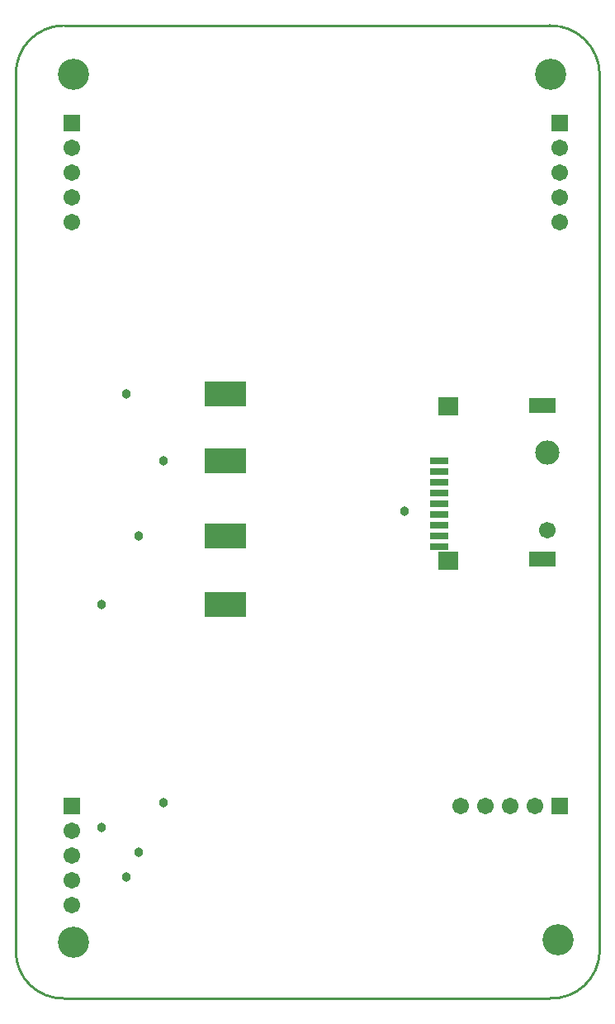
<source format=gts>
G04*
G04 #@! TF.GenerationSoftware,Altium Limited,Altium Designer,22.6.1 (34)*
G04*
G04 Layer_Color=8388736*
%FSLAX25Y25*%
%MOIN*%
G70*
G04*
G04 #@! TF.SameCoordinates,B7B55DA8-A8C8-4B2F-A26B-231347B163EA*
G04*
G04*
G04 #@! TF.FilePolarity,Negative*
G04*
G01*
G75*
%ADD12C,0.01000*%
%ADD15R,0.07500X0.02800*%
%ADD16R,0.16535X0.10236*%
%ADD17R,0.11000X0.06300*%
%ADD18R,0.07900X0.07500*%
%ADD19C,0.09800*%
%ADD20C,0.06700*%
%ADD21R,0.06706X0.06706*%
%ADD22C,0.06706*%
%ADD23C,0.12611*%
%ADD24R,0.06706X0.06706*%
%ADD25C,0.03800*%
D12*
X19685Y393701D02*
G03*
X500Y374016I250J-19435D01*
G01*
X236221D02*
G03*
X216035Y393701I-19935J-250D01*
G01*
Y1000D02*
G03*
X236221Y19685I750J19435D01*
G01*
X500D02*
G03*
X19685Y1000I18935J250D01*
G01*
X236221Y19685D02*
Y374016D01*
X19685Y1000D02*
X19685D01*
X216035D01*
X20000Y393701D02*
X216035D01*
X500Y19685D02*
Y374016D01*
D15*
X171488Y218054D02*
D03*
Y213723D02*
D03*
Y209392D02*
D03*
Y205061D02*
D03*
Y200731D02*
D03*
Y196400D02*
D03*
Y192069D02*
D03*
Y187739D02*
D03*
Y183408D02*
D03*
D16*
X85000Y160000D02*
D03*
Y218054D02*
D03*
Y187739D02*
D03*
Y245000D02*
D03*
D17*
X213032Y240298D02*
D03*
Y178487D02*
D03*
D18*
X175236Y239904D02*
D03*
Y177502D02*
D03*
D19*
X215000Y221400D02*
D03*
D20*
X215000Y189904D02*
D03*
D21*
X219961Y78728D02*
D03*
D22*
X209961D02*
D03*
X199961D02*
D03*
X189961D02*
D03*
X179961D02*
D03*
X23122Y38740D02*
D03*
Y48740D02*
D03*
Y58740D02*
D03*
Y68740D02*
D03*
X219972Y314331D02*
D03*
Y324331D02*
D03*
Y334331D02*
D03*
Y344331D02*
D03*
X23122Y314331D02*
D03*
Y324331D02*
D03*
Y334331D02*
D03*
Y344331D02*
D03*
D23*
X216535Y374016D02*
D03*
X219535Y24622D02*
D03*
X23622Y374016D02*
D03*
Y23622D02*
D03*
D24*
X23122Y78740D02*
D03*
X219972Y354331D02*
D03*
X23122D02*
D03*
D25*
X157500Y197500D02*
D03*
X45000Y50000D02*
D03*
Y245000D02*
D03*
X60000Y80000D02*
D03*
Y218054D02*
D03*
X50000Y60000D02*
D03*
Y187739D02*
D03*
X35000Y70000D02*
D03*
Y160000D02*
D03*
M02*

</source>
